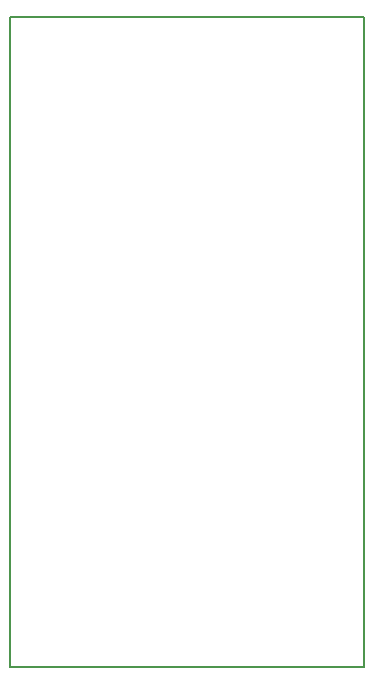
<source format=gbr>
G04 #@! TF.FileFunction,Profile,NP*
%FSLAX46Y46*%
G04 Gerber Fmt 4.6, Leading zero omitted, Abs format (unit mm)*
G04 Created by KiCad (PCBNEW 4.0.2-stable) date 11.07.2016 23:58:06*
%MOMM*%
G01*
G04 APERTURE LIST*
%ADD10C,0.100000*%
%ADD11C,0.150000*%
G04 APERTURE END LIST*
D10*
D11*
X156362400Y-132664200D02*
X156362400Y-77673200D01*
X126390400Y-132664200D02*
X156362400Y-132664200D01*
X126390400Y-77673200D02*
X126390400Y-132664200D01*
X156362400Y-77673200D02*
X126390400Y-77673200D01*
M02*

</source>
